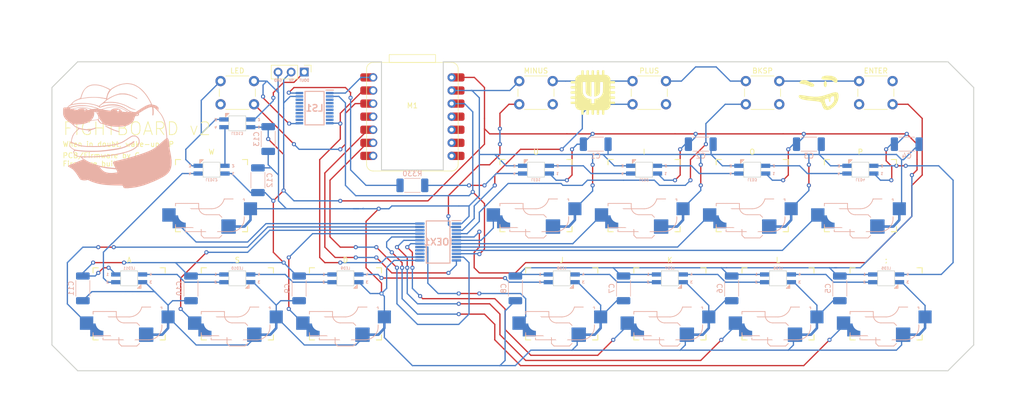
<source format=kicad_pcb>
(kicad_pcb (version 20211014) (generator pcbnew)
  (layers (0 "F.Cu" signal) (31 "B.Cu" signal) (34 "B.Paste" user) (35 "F.Paste" user) (36 "B.SilkS" user "B.Silkscreen") (37 "F.SilkS" user "F.Silkscreen") (38 "B.Mask" user) (39 "F.Mask" user) (44 "Edge.Cuts" user))
  (net 0 "")
  (net 1 "Net-(A1-Pad2)")
  (net 2 "Net-(;1-Pad1)")
  (net 3 "Net-(LED1-Pad2)")
  (net 10 "Net-(LED1-Pad4)")
  (net 11 "Net-(LED0-Pad2)")
  (net 12 "Net-(LED3-Pad2)")
  (net 13 "Net-(LED4-Pad2)")
  (net 14 "Net-(LED6-Pad2)")
  (net 15 "Net-(LED7-Pad2)")
  (net 16 "Net-(LED10-Pad2)")
  (net 17 "Net-(;1-Pad2)")
  (net 18 "Net-(BKSP1-Pad2)")
  (net 19 "Net-(LED1-Pad1)")
  (net 20 "Net-(D1-Pad2)")
  (net 21 "Net-(I1-Pad2)")
  (net 22 "Net-(IOEX1-Pad2)")
  (net 23 "Net-(IOEX1-Pad3)")
  (net 24 "Net-(IOEX1-Pad6)")
  (net 25 "Net-(IOEX1-Pad8)")
  (net 26 "Net-(IOEX1-Pad9)")
  (net 27 "Net-(LED2-Pad2)")
  (net 28 "Net-(LED5-Pad2)")
  (net 29 "Net-(LED8-Pad2)")
  (net 30 "Net-(IOEX1-Pad10)")
  (net 31 "Net-(LED11-Pad2)")
  (net 32 "Net-(IOEX1-Pad11)")
  (net 33 "Net-(IOEX1-Pad12)")
  (net 34 "Net-(IOEX1-Pad14)")
  (net 37 "Net-(IOEX1-Pad17)")
  (net 38 "Net-(IOEX1-Pad18)")
  (net 39 "Net-(IOEX1-Pad19)")
  (net 40 "Net-(IOEX1-Pad22)")
  (net 41 "Net-(IOEX1-Pad24)")
  (net 42 "Net-(LED12-Pad2)")
  (net 43 "unconnected-(LED13-Pad2)")
  (net 44 "Net-(M1-Pad1)")
  (net 59 "Net-(R330-Pad2)")
  (net 60 "Net-(LED10-Pad4)")
  (net 61 "Net-(ENT1-Pad2)")
  (footprint "MountingHole:MountingHole_2.7mm" (layer "F.Cu") (at 141 88)
    (fp_text reference "REF**")
    (fp_text value "MountingHole_2.7mm" hide)
  )
  (footprint "Connector_PinHeader_2.54mm:PinHeader_1x03_P2.54mm_Vertical" (layer "F.Cu") (at 109 35 -90)
    (fp_text reference "REF**" hide)
    (fp_text value "PinHeader_1x03_P2.54mm_Vertical")
  )
  (footprint "kb_lib:Reverse Mount SK6812MINI-E" (layer "F.Cu") (at 217 54 180)
    (fp_text reference "LED4")
    (fp_text value "WS2812B" hide)
    (fp_rect (start -1.65 -1.4) (end 1.65 1.5) (layer "Edge.Cuts") (width 0.12) (fill none))
  )
  (footprint "kb_lib:Reverse Mount SK6812MINI-E" (layer "F.Cu") (at 180 75)
    (fp_text reference "LED7")
    (fp_text value "WS2812B" hide)
    (fp_rect (start -1.65 -1.4) (end 1.65 1.5) (layer "Edge.Cuts") (width 0.12) (fill none))
  )
  (footprint "MountingHole:MountingHole_2.7mm" (layer "F.Cu") (at 68 63)
    (fp_text reference "REF**")
    (fp_text value "MountingHole_2.7mm" hide)
  )
  (footprint "kb_lib:mx-choc socket keyswitch" (layer "F.Cu") (at 196 59)
    (fp_text reference "O")
    (fp_text value "SW_Push" hide)
  )
  (footprint "kb_lib:Reverse Mount SK6812MINI-E" (layer "F.Cu") (at 201 75)
    (fp_text reference "LED6")
    (fp_text value "WS2812B" hide)
    (fp_rect (start -1.65 -1.4) (end 1.65 1.5) (layer "Edge.Cuts") (width 0.12) (fill none))
  )
  (footprint "kb_lib:Reverse Mount SK6812MINI-E" (layer "F.Cu") (at 154 54 180)
    (fp_text reference "LED1")
    (fp_text value "WS2812B" hide)
    (fp_rect (start -1.65 -1.4) (end 1.65 1.5) (layer "Edge.Cuts") (width 0.12) (fill none))
  )
  (footprint "kb_lib:Reverse Mount SK6812MINI-E" (layer "F.Cu") (at 91 54 180)
    (fp_text reference "LED12")
    (fp_text value "WS2812B" hide)
    (fp_rect (start -1.65 -1.4) (end 1.65 1.5) (layer "Edge.Cuts") (width 0.12) (fill none))
  )
  (footprint "kb_lib:mx-choc socket keyswitch" (layer "F.Cu") (at 222 80)
    (fp_text reference ";")
    (fp_text value "SW_Push" hide)
  )
  (footprint "kb_lib:mx-choc socket keyswitch" (layer "F.Cu") (at 75 80)
    (fp_text reference "A")
    (fp_text value "SW_Push" hide)
  )
  (footprint "kb_lib:Reverse Mount SK6812MINI-E" (layer "F.Cu") (at 75 75)
    (fp_text reference "LED11")
    (fp_text value "WS2812B" hide)
    (fp_rect (start -1.65 -1.4) (end 1.65 1.5) (layer "Edge.Cuts") (width 0.12) (fill none))
  )
  (footprint "Button_Switch_THT:SW_PUSH_6mm" (layer "F.Cu") (at 150.75 36.75)
    (fp_text reference "MINUS")
    (fp_text value "SW_Push")
  )
  (footprint "kb_lib:mx-choc socket keyswitch" (layer "F.Cu") (at 180 80)
    (fp_text reference "K")
    (fp_text value "SW_Push" hide)
  )
  (footprint "kb_lib:mx-choc socket keyswitch" (layer "F.Cu") (at 91 59)
    (fp_text reference "W")
    (fp_text value "SW_Push" hide)
  )
  (footprint "MountingHole:MountingHole_2.7mm" (layer "F.Cu") (at 187 38)
    (fp_text reference "REF**")
    (fp_text value "MountingHole_2.7mm" hide)
  )
  (footprint "kb_lib:favicon" (layer "F.Cu") (at 209 39)
    (fp_text reference "G***" hide)
    (fp_text value "LOGO" hide)
  )
  (footprint "kb_lib:mx-choc socket keyswitch" (layer "F.Cu") (at 117 80)
    (fp_text reference "D")
    (fp_text value "SW_Push" hide)
  )
  (footprint "kb_lib:Reverse Mount SK6812MINI-E" (layer "F.Cu") (at 159 75)
    (fp_text reference "LED8")
    (fp_text value "WS2812B" hide)
    (fp_rect (start -1.65 -1.4) (end 1.65 1.5) (layer "Edge.Cuts") (width 0.12) (fill none))
  )
  (footprint "Button_Switch_THT:SW_PUSH_6mm" (layer "F.Cu") (at 172.75 36.75)
    (fp_text reference "PLUS")
    (fp_text value "SW_Push")
  )
  (footprint "kb_lib:Reverse Mount SK6812MINI-E" (layer "F.Cu") (at 196 54 180)
    (fp_text reference "LED3")
    (fp_text value "WS2812B" hide)
    (fp_rect (start -1.65 -1.4) (end 1.65 1.5) (layer "Edge.Cuts") (width 0.12) (fill none))
  )
  (footprint "kb_lib:Reverse Mount SK6812MINI-E" (layer "F.Cu") (at 117 75)
    (fp_text reference "LED9")
    (fp_text value "WS2812B" hide)
    (fp_rect (start -1.65 -1.4) (end 1.65 1.5) (layer "Edge.Cuts") (width 0.12) (fill none))
  )
  (footprint "kb_lib:Reverse Mount SK6812MINI-E" (layer "F.Cu") (at 96 75)
    (fp_text reference "LED10")
    (fp_text value "WS2812B" hide)
    (fp_rect (start -1.65 -1.4) (end 1.65 1.5) (layer "Edge.Cuts") (width 0.12) (fill none))
  )
  (footprint "Button_Switch_THT:SW_PUSH_6mm" (layer "F.Cu") (at 92.75 36.75)
    (fp_text reference "LED")
    (fp_text value "SW_Push")
  )
  (footprint "kb_lib:Reverse Mount SK6812MINI-E" (layer "F.Cu") (at 175 54 180)
    (fp_text reference "LED2")
    (fp_text value "WS2812B" hide)
    (fp_rect (start -1.65 -1.4) (end 1.65 1.5) (layer "Edge.Cuts") (width 0.12) (fill none))
  )
  (footprint "kb_lib:Reverse Mount SK6812MINI-E" (layer "F.Cu") (at 222 75)
    (fp_text reference "LED5")
    (fp_text value "WS2812B" hide)
    (fp_rect (start -1.65 -1.4) (end 1.65 1.5) (layer "Edge.Cuts") (width 0.12) (fill none))
  )
  (footprint "kb_lib:mx-choc socket keyswitch" (layer "F.Cu") (at 175 59)
    (fp_text reference "I")
    (fp_text value "SW_Push" hide)
  )
  (footprint "kb_lib:Reverse Mount SK6812MINI-E" (layer "F.Cu") (at 96 45 180)
    (fp_text reference "LED13")
    (fp_text value "WS2812B" hide)
    (fp_rect (start -1.65 -1.4) (end 1.65 1.5) (layer "Edge.Cuts") (width 0.12) (fill none))
  )
  (footprint "kb_lib:mx-choc socket keyswitch" (layer "F.Cu") (at 159 80)
    (fp_text reference "J")
    (fp_text value "SW_Push" hide)
  )
  (footprint "Button_Switch_THT:SW_PUSH_6mm" (layer "F.Cu") (at 194.75 36.75)
    (fp_text reference "BKSP")
    (fp_text value "SW_Push")
  )
  (footprint "kb_lib:mx-choc socket keyswitch" (layer "F.Cu") (at 96 80)
    (fp_text reference "S")
    (fp_text value "SW_Push" hide)
  )
  (footprint "Button_Switch_THT:SW_PUSH_6mm" (layer "F.Cu") (at 216.75 36.75)
    (fp_text reference "ENTER")
    (fp_text value "SW_Push")
  )
  (footprint "MountingHole:MountingHole_2.7mm" (layer "F.Cu") (at 231 63)
    (fp_text reference "REF**")
    (fp_text value "MountingHole_2.7mm" hide)
  )
  (footprint "MountingHole:MountingHole_2.7mm" (layer "F.Cu") (at 84.998335 37.948926)
    (fp_text reference "REF**")
    (fp_text value "MountingHole_2.7mm" hide)
  )
  (footprint "kb_lib:qmk_logo" (layer "F.Cu") (at 165 39)
    (fp_text reference "G***" hide)
    (fp_text value "LOGO" hide)
  )
  (footprint "kb_lib:mx-choc socket keyswitch" (layer "F.Cu") (at 201 80)
    (fp_text reference "L")
    (fp_text value "SW_Push" hide)
  )
  (footprint "kb_lib:mx-choc socket keyswitch" (layer "F.Cu") (at 154 59)
    (fp_text reference "U")
    (fp_text value "SW_Push" hide)
  )
  (footprint "kb_lib:XIAO-RP2040" (layer "F.Cu") (at 121.11 54.208)
    (fp_text reference "M1")
    (fp_text value "XIAO-RP2040")
  )
  (footprint "kb_lib:mx-choc socket keyswitch" (layer "F.Cu") (at 217 59)
    (fp_text reference "P")
    (fp_text value "SW_Push" hide)
  )
  (footprint "kb_lib:SOP65P780X200-24N" (layer "B.Cu") (at 135 68 180)
    (fp_text reference "IOEX1")
    (fp_text value "MCP23018-E_SS" hide)
  )
  (footprint "Resistor_SMD:R_2010_5025Metric_Pad1.40x2.65mm_HandSolder" (layer "B.Cu") (at 108 77 -90)
    (fp_text reference "C9")
    (fp_text value "C_Small")
  )
  (footprint "Resistor_SMD:R_2010_5025Metric_Pad1.40x2.65mm_HandSolder" (layer "B.Cu") (at 213 77 -90)
    (fp_text reference "C5")
    (fp_text value "C_Small")
  )
  (footprint "Resistor_SMD:R_2010_5025Metric_Pad1.40x2.65mm_HandSolder" (layer "B.Cu") (at 226 49)
    (fp_text reference "C4")
    (fp_text value "C_Small")
  )
  (footprint "kb_lib:SOP65P640X120-20N" (layer "B.Cu") (at 111 42 180)
    (fp_text reference "LS1")
    (fp_text value "TXB0108PWR" hide)
  )
  (footprint "Resistor_SMD:R_2010_5025Metric_Pad1.40x2.65mm_HandSolder" (layer "B.Cu") (at 66 77 -90)
    (fp_text reference "C11")
    (fp_text value "C_Small")
  )
  (footprint "Resistor_SMD:R_2010_5025Metric_Pad1.40x2.65mm_HandSolder" (layer "B.Cu") (at 150 77 -90)
    (fp_text reference "C8")
    (fp_text value "C_Small")
  )
  (footprint "Resistor_SMD:R_2010_5025Metric_Pad1.40x2.65mm_HandSolder" (layer "B.Cu") (at 186 49)
    (fp_text reference "C2")
    (fp_text value "C_Small")
  )
  (footprint "Resistor_SMD:R_2010_5025Metric_Pad1.40x2.65mm_HandSolder" (layer "B.Cu") (at 130 57 180)
    (fp_text reference "R330")
    (fp_text value "R_US")
  )
  (footprint "Resistor_SMD:R_2010_5025Metric_Pad1.40x2.65mm_HandSolder" (layer "B.Cu") (at 102 48 -90)
    (fp_text reference "C13")
    (fp_text value "C_Small")
  )
  (footprint "Resistor_SMD:R_2010_5025Metric_Pad1.40x2.65mm_HandSolder" (layer "B.Cu") (at 165.6 49)
    (fp_text reference "C1")
    (fp_text value "C_Small")
  )
  (footprint "Resistor_SMD:R_2010_5025Metric_Pad1.40x2.65mm_HandSolder" (layer "B.Cu") (at 87 77 -90)
    (fp_text reference "C10")
    (fp_text value "C_Small")
  )
  (footprint "kb_lib:ez" (layer "B.Cu") (at 72 47 180)
    (fp_text reference "G***" hide)
    (fp_text value "LOGO" hide)
  )
  (footprint "Resistor_SMD:R_2010_5025Metric_Pad1.40x2.65mm_HandSolder" (layer "B.Cu") (at 100 56 90)
    (fp_text reference "C12")
    (fp_text value "C_Small")
  )
  (footprint "Resistor_SMD:R_2010_5025Metric_Pad1.40x2.65mm_HandSolder" (layer "B.Cu") (at 192 77 -90)
    (fp_text reference "C6")
    (fp_text value "C_Small")
  )
  (footprint "Resistor_SMD:R_2010_5025Metric_Pad1.40x2.65mm_HandSolder" (layer "B.Cu") (at 207 49)
    (fp_text reference "C3")
    (fp_text value "C_Small")
  )
  (footprint "Resistor_SMD:R_2010_5025Metric_Pad1.40x2.65mm_HandSolder" (layer "B.Cu") (at 171 77 -90)
    (fp_text reference "C7")
    (fp_text value "C_Small")
  )
  (gr_line (start 136 54) (end 136 33) (layer "Edge.Cuts") (width 0.2))
  (gr_line (start 234 33) (end 239 38) (layer "Edge.Cuts") (width 0.2))
  (gr_line (start 65 33) (end 124 33) (layer "Edge.Cuts") (width 0.2))
  (gr_line (start 234 93) (end 239 88) (layer "Edge.Cuts") (width 0.2))
  (gr_line (start 124 33) (end 124 54) (layer "Edge.Cuts") (width 0.2))
  (gr_line (start 239 38) (end 239 88) (layer "Edge.Cuts") (width 0.2))
  (gr_line (start 234 93) (end 65 93) (layer "Edge.Cuts") (width 0.2))
  (gr_line (start 65 93) (end 60 88) (layer "Edge.Cuts") (width 0.2))
  (gr_line (start 60 38) (end 65 33) (layer "Edge.Cuts") (width 0.2))
  (gr_line (start 136 33) (end 234 33) (layer "Edge.Cuts") (width 0.2))
  (gr_line (start 60 88) (end 60 38) (layer "Edge.Cuts") (width 0.2))
  (gr_line (start 124 54) (end 136 54) (layer "Edge.Cuts") (width 0.2))
  (gr_text "5V" (at 106.5 36.6) (layer "B.SilkS") (effects (font (size 0.5 0.5) (thickness 0.125)) (justify mirror)))
  (gr_text "GND" (at 103.9 36.6) (layer "B.SilkS") (effects (font (size 0.5 0.5) (thickness 0.125)) (justify mirror)))
  (gr_text "DOUT" (at 109 36.6) (layer "B.SilkS") (effects (font (size 0.5 0.5) (thickness 0.125)) (justify mirror)))
  (gr_text "FIGHTBOARD v2" (at 62 46) (layer "F.SilkS") (effects (font (size 2.5 2.5)) (justify left)))
  (gr_text "When in doubt, wake-up DP" (at 62 49) (layer "F.SilkS") (effects (font (size 1 1)) (justify left)))
  (gr_text "PCB/Firmware by Cartex10\nFirmware built using QMK" (at 62 52) (layer "F.SilkS") (effects (font (size 1 1)) (justify left)))
  (segment (start 69 69) (end 72 69) (width 0.25) (layer "F.Cu") (net 1))
  (via (at 72 69) (size 0.8) (drill 0.4) (layers "F.Cu" "B.Cu") (net 1))
  (via (at 69 69) (size 0.8) (drill 0.4) (layers "F.Cu" "B.Cu") (net 1))
  (segment (start 69 69) (end 66 69) (width 0.25) (layer "B.Cu") (net 1))
  (segment (start 66 69) (end 63 72) (width 0.25) (layer "B.Cu") (net 1))
  (segment (start 101.925 65.075) (end 98 69) (width 0.25) (layer "B.Cu") (net 1))
  (segment (start 98 69) (end 72 69) (width 0.25) (layer "B.Cu") (net 1))
  (segment (start 63 80.025) (end 66.725 83.75) (width 0.25) (layer "B.Cu") (net 1))
  (segment (start 63 72) (end 63 80.025) (width 0.25) (layer "B.Cu") (net 1))
  (segment (start 131.45 65.075) (end 101.925 65.075) (width 0.25) (layer "B.Cu") (net 1))
  (segment (start 121 73) (end 121 64) (width 0.25) (layer "F.Cu") (net 2))
  (segment (start 106.075 45) (end 106 45) (width 0.25) (layer "F.Cu") (net 2))
  (segment (start 186 57) (end 186 53) (width 0.25) (layer "F.Cu") (net 2))
  (segment (start 101 40) (end 101 39.75) (width 0.25) (layer "F.Cu") (net 2))
  (segment (start 106 45) (end 101 40) (width 0.25) (layer "F.Cu") (net 2))
  (segment (start 165 57) (end 165 53) (width 0.25) (layer "F.Cu") (net 2))
  (segment (start 124 78) (end 124 76) (width 0.25) (layer "F.Cu") (net 2))
  (segment (start 207 53) (end 207 57) (width 0.25) (layer "F.Cu") (net 2))
  (segment (start 121 64) (end 123.46 61.54) (width 0.25) (layer "F.Cu") (net 2))
  (segment (start 124 76) (end 121 73) (width 0.25) (layer "F.Cu") (net 2))
  (via (at 207 57) (size 0.8) (drill 0.4) (layers "F.Cu" "B.Cu") (net 2))
  (via (at 165 57) (size 0.8) (drill 0.4) (layers "F.Cu" "B.Cu") (net 2))
  (via (at 165 53) (size 0.8) (drill 0.4) (layers "F.Cu" "B.Cu") (net 2))
  (via (at 207 53) (size 0.8) (drill 0.4) (layers "F.Cu" "B.Cu") (net 2))
  (via (at 186 53) (size 0.8) (drill 0.4) (layers "F.Cu" "B.Cu") (net 2))
  (via (at 106.075 45) (size 0.8) (drill 0.4) (layers "F.Cu" "B.Cu") (net 2))
  (via (at 124 78) (size 0.8) (drill 0.4) (layers "F.Cu" "B.Cu") (net 2))
  (via (at 101 39.75) (size 0.8) (drill 0.4) (layers "F.Cu" "B.Cu") (net 2))
  (via (at 186 57) (size 0.8) (drill 0.4) (layers "F.Cu" "B.Cu") (net 2))
  (via (at 123.46 61.54) (size 0.8) (drill 0.4) (layers "F.Cu" "B.Cu") (net 2))
  (segment (start 121.8 78) (end 124 78) (width 0.25) (layer "B.Cu") (net 2))
  (segment (start 161 89) (end 162 88) (width 0.25) (layer "B.Cu") (net 2))
  (segment (start 66 79.4) (end 67.768901 77.631099) (width 0.25) (layer "B.Cu") (net 2))
  (segment (start 194.75 36.75) (end 191.75 36.75) (width 0.25) (layer "B.Cu") (net 2))
  (segment (start 204 88) (end 204 87) (width 0.25) (layer "B.Cu") (net 2))
  (segment (start 79.921099 77.631099) (end 80.145 77.855) (width 0.25) (layer "B.Cu") (net 2))
  (segment (start 188 51) (end 207 51) (width 0.25) (layer "B.Cu") (net 2))
  (segment (start 165 51) (end 143 51) (width 0.25) (layer "B.Cu") (net 2))
  (segment (start 82.56 82.54) (end 88.02 88) (width 0.25) (layer "B.Cu") (net 2))
  (segment (start 150 92) (end 153 89) (width 0.25) (layer "B.Cu") (net 2))
  (segment (start 188.4 49) (end 188 49.4) (width 0.25) (layer "B.Cu") (net 2))
  (segment (start 130 92) (end 147 92) (width 0.25) (layer "B.Cu") (net 2))
  (segment (start 125.46 61.54) (end 126 61) (width 0.25) (layer "B.Cu") (net 2))
  (segment (start 193.4 53.2) (end 190.2 53.2) (width 0.25) (layer "B.Cu") (net 2))
  (segment (start 124 78) (end 124.56 78.56) (width 0.25) (layer "B.Cu") (net 2))
  (segment (start 88.4 53.2) (end 87.2 53.2) (width 0.25) (layer "B.Cu") (net 2))
  (segment (start 207 58) (end 207 57) (width 0.25) (layer "B.Cu") (net 2))
  (segment (start 190.2 53.2) (end 188 51) (width 0.25) (layer "B.Cu") (net 2))
  (segment (start 165 58.1) (end 165 57) (width 0.25) (layer "B.Cu") (net 2))
  (segment (start 225 61.1) (end 224.56 61.54) (width 0.25) (layer "B.Cu") (net 2))
  (segment (start 109.02 88) (end 119 88) (width 0.25) (layer "B.Cu") (net 2))
  (segment (start 204.09 75.8) (end 208.56 80.27) (width 0.25) (layer "B.Cu") (net 2))
  (segment (start 189 34) (end 185 34) (width 0.25) (layer "B.Cu") (net 2))
  (segment (start 89 40.5) (end 92.75 36.75) (width 0.25) (layer "B.Cu") (net 2))
  (segment (start 150 79.4) (end 148 81.4) (width 0.25) (layer "B.Cu") (net 2))
  (segment (start 98 88) (end 99 87) (width 0.25) (layer "B.Cu") (net 2))
  (segment (start 123.46 61.54) (end 125.46 61.54) (width 0.25) (layer "B.Cu") (net 2))
  (segment (start 167 51) (end 165 51) (width 0.25) (layer "B.Cu") (net 2))
  (segment (start 192 79.4) (end 190.7 79.4) (width 0.25) (layer "B.Cu") (net 2))
  (segment (start 209 51) (end 224 51) (width 0.25) (layer "B.Cu") (net 2))
  (segment (start 130.45 71.575) (end 126.425 71.575) (width 0.25) (layer "B.Cu") (net 2))
  (segment (start 209 51) (end 211.2 53.2) (width 0.25) (layer "B.Cu") (net 2))
  (segment (start 108 79.4) (end 104.43 79.4) (width 0.25) (layer "B.Cu") (net 2))
  (segment (start 225.4 52) (end 228.4 49) (width 0.25) (layer "B.Cu") (net 2))
  (segment (start 209.4 49) (end 209 49.4) (width 0.25) (layer "B.Cu") (net 2))
  (segment (start 188 49.4) (end 188 51) (width 0.25) (layer "B.Cu") (net 2))
  (segment (start 168 51) (end 186 51) (width 0.25) (layer "B.Cu") (net 2))
  (segment (start 147 92) (end 150 92) (width 0.25) (layer "B.Cu") (net 2))
  (segment (start 138.55 64.425) (end 139.575 64.425) (width 0.25) (layer "B.Cu") (net 2))
  (segment (start 77.6 75.8) (end 78.09 75.8) (width 0.25) (layer "B.Cu") (net 2))
  (segment (start 148.923 38.577) (end 150.75 36.75) (width 0.25) (layer "B.Cu") (net 2))
  (segment (start 141.423 38.577) (end 148.923 38.577) (width 0.25) (layer "B.Cu") (net 2))
  (segment (start 99.09 75.8) (end 103.56 80.27) (width 0.25) (layer "B.Cu") (net 2))
  (segment (start 67.768901 77.631099) (end 79.921099 77.631099) (width 0.25) (layer "B.Cu") (net 2))
  (segment (start 86 52) (end 86 50) (width 0.25) (layer "B.Cu") (net 2))
  (segment (start 83.43 79.4) (end 82.56 80.27) (width 0.25) (layer "B.Cu") (net 2))
  (segment (start 86 50) (end 89 47) (width 0.25) (layer "B.Cu") (net 2))
  (segment (start 105.54 61.54) (end 119.54 61.54) (width 0.25) (layer "B.Cu") (net 2))
  (segment (start 187.56 82.54) (end 187.56 80.326314) (width 0.25) (layer "B.Cu") (net 2))
  (segment (start 87 79.4) (end 83.43 79.4) (width 0.25) (layer "B.Cu") (net 2))
  (segment (start 166.56 80.27) (end 166.56 82.54) (width 0.25) (layer "B.Cu") (net 2))
  (segment (start 183 88) (end 183 87) (width 0.25) (layer "B.Cu") (net 2))
  (segment (start 203.6 75.8) (end 204.09 75.8) (width 0.25) (layer "B.Cu") (net 2))
  (segment (start 119 88) (end 120 87) (width 0.25) (layer "B.Cu") (net 2))
  (segment (start 167 51) (end 168 51) (width 0.25) (layer "B.Cu") (net 2))
  (segment (start 183.033686 75.8) (end 182.6 75.8) (width 0.25) (layer "B.Cu") (net 2))
  (segment (start 190 35) (end 189 34) (width 0.25) (layer "B.Cu") (net 2))
  (segment (start 98.6 75.8) (end 99.09 75.8) (width 0.25) (layer "B.Cu") (net 2))
  (segment (start 101 37.5) (end 101.75 36.75) (width 0.25) (layer "B.Cu") (net 2))
  (segment (start 171 79.4) (end 169.7 79.4) (width 0.25) (layer "B.Cu") (net 2))
  (segment (start 126.425 71.575) (end 125 73) (width 0.25) (layer "B.Cu") (net 2))
  (segment (start 211.2 53.2) (end 214.4 53.2) (width 0.25) (layer "B.Cu") (net 2))
  (segment (start 124.56 82.54) (end 124.56 86.56) (width 0.25) (layer "B.Cu") (net 2))
  (segment (start 139 61) (end 126 61) (width 0.25) (layer "B.Cu") (net 2))
  (segment (start 186 51) (end 188 51) (width 0.25) (layer "B.Cu") (net 2))
  (segment (start 141 63) (end 141 61) (width 0.25) (layer "B.Cu") (net 2))
  (segment (start 143 40) (end 143 59) (width 0.25) (layer "B.Cu") (net 2))
  (segment (start 104 55) (end 104 60) (width 0.25) (layer "B.Cu") (net 2))
  (segment (start 124.56 78.56) (end 124.56 82.54) (width 0.25) (layer "B.Cu") (net 2))
  (segment (start 201.25 36.75) (end 216.75 36.75) (width 0.25) (layer "B.Cu") (net 2))
  (segment (start 207 51) (end 209 51) (width 0.25) (layer "B.Cu") (net 2))
  (segment (start 91.8 44.2) (end 93.4 44.2) (width 0.25) (layer "B.Cu") (net 2))
  (segment (start 148.2 53.2) (end 146 51) (width 0.25) (layer "B.Cu") (net 2))
  (segment (start 104 39) (end 104 55) (width 0.25) (layer "B.Cu") (net 2))
  (segment (start 208.56 80.27) (end 208.56 82.54) (width 0.25) (layer "B.Cu") (net 2))
  (segment (start 168 49) (end 168 51) (width 0.25) (layer "B.Cu") (net 2))
  (segment (start 182 89) (end 183 88) (width 0.25) (layer "B.Cu") (net 2))
  (segment (start 229.56 82.54) (end 229.56 80.326314) (width 0.25) (layer "B.Cu") (net 2))
  (segment (start 162.09 75.8) (end 166.56 80.27) (width 0.25) (layer "B.Cu") (net 2))
  (segment (start 141.423 38.577) (end 141.577 38.577) (width 0.25) (layer "B.Cu") (net 2))
  (segment (start 78.09 75.8) (end 80.145 77.855) (width 0.25) (layer "B.Cu") (net 2))
  (segment (start 153 89) (end 161 89) (width 0.25) (layer "B.Cu") (net 2))
  (segment (start 211.7 79.4) (end 208.56 82.54) (width 0.25) (layer "B.Cu") (net 2))
  (segment (start 182.56 61.44) (end 186 58) (width 0.25) (layer "B.Cu") (net 2))
  (segment (start 207 51) (end 207 53) (width 0.25) (layer "B.Cu") (net 2))
  (segment (start 161 89) (end 182 89) (width 0.25) (layer "B.Cu") (net 2))
  (segment (start 89 47) (end 89 40.5) (width 0.25) (layer "B.Cu") (net 2))
  (segment (start 104 60) (end 105.54 61.54) (width 0.25) (layer "B.Cu") (net 2))
  (segment (start 179.25 36.75) (end 182.25 36.75) (width 0.25) (layer "B.Cu") (net 2))
  (segment (start 225 52) (end 225.4 52) (width 0.25) (layer "B.Cu") (net 2))
  (segment (start 103.92 38.92) (end 103.92 35) (width 0.25) (layer "B.Cu") (net 2))
  (segment (start 89 47) (end 91.8 44.2) (width 0.25) (layer "B.Cu") (net 2))
  (segment (start 125 73) (end 125 77) (width 0.25) (layer "B.Cu") (net 2))
  (segment (start 203.56 61.44) (end 207 58) (width 0.25) (layer "B.Cu") (net 2))
  (segment (start 172.75 36.75) (end 159.75 36.75) (width 0.25) (layer "B.Cu") (net 2))
  (segment (start 120.46 61.54) (end 123.46 61.54) (width 0.25) (layer "B.Cu") (net 2))
  (segment (start 209 49.4) (end 209 51) (width 0.25) (layer "B.Cu") (net 2))
  (segment (start 139.575 64.425) (end 141 63) (width 0.25) (layer "B.Cu") (net 2))
  (segment (start 102 50.4) (end 102 53) (width 0.25) (layer "B.Cu") (net 2))
  (segment (start 80.145 77.855) (end 82.56 80.27) (width 0.25) (layer "B.Cu") (net 2))
  (segment (start 169.7 79.4) (end 166.56 82.54) (width 0.25) (layer "B.Cu") (net 2))
  (segment (start 159.75 36.75) (end 157.25 36.75) (width 0.25) (layer "B.Cu") (net 2))
  (segment (start 119.6 75.8) (end 120.09 75.8) (width 0.25) (layer "B.Cu") (net 2))
  (segment (start 161.56 61.54) (end 165 58.1) (width 0.25) (layer "B.Cu") (net 2))
  (segment (start 120.46 61.46) (end 120.46 61.54) (width 0.25) (layer "B.Cu") (net 2))
  (segment (start 182.25 36.75) (end 185 34) (width 0.25) (layer "B.Cu") (net 2))
  (segment (start 125 77) (end 124 78) (width 0.25) (layer "B.Cu") (net 2))
  (segment (start 190.7 79.4) (end 187.56 82.54) (width 0.25) (layer "B.Cu") (net 2))
  (segment (start 191.75 36.75) (end 190 35) (width 0.25) (layer "B.Cu") (net 2))
  (segment (start 103.56 80.27) (end 104.43 79.4) (width 0.25) (layer "B.Cu") (net 2))
  (segment (start 147 92) (end 148 91) (width 0.25) (layer "B.Cu") (net 2))
  (segment (start 101 39.75) (end 101 37.5) (width 0.25) (layer "B.Cu") (net 2))
  (segment (start 172.4 53.2) (end 169.2 53.2) (width 0.25) (layer "B.Cu") (net 2))
  (segment (start 186 58) (end 186 57) (width 0.25) (layer "B.Cu") (net 2))
  (segment (start 169.2 53.2) (end 167 51) (width 0.25) (layer "B.Cu") (net 2))
  (segment (start 82.56 80.27) (end 82.56 82.54) (width 0.25) (layer "B.Cu") (net 2))
  (segment (start 97 88) (end 98 88) (width 0.25) (layer "B.Cu") (net 2))
  (segment (start 102.6 53.6) (end 104 55) (width 0.25) (layer "B.Cu") (net 2))
  (segment (start 141 61) (end 139 61) (width 0.25) (layer "B.Cu") (net 2))
  (segment (start 103.56 80.27) (end 103.56 82.54) (width 0.25) (layer "B.Cu") (net 2))
  (segment (start 186 51) (end 186 53) (width 0.25) (layer "B.Cu") (net 2))
  (segment (start 213 79.4) (end 211.7 79.4) (width 0.25) (layer "B.Cu") (net 2))
  (segment (start 151.4 53.2) (end 148.2 53.2) (width 0.25) (layer "B.Cu") (net 2))
  (segment (start 225 52) (end 225 61.1) (width 0.25) (layer "B.Cu") (net 2))
  (segment (start 141.577 38.577) (end 143 40) (width 0.25) (layer "B.Cu") (net 2))
  (segment (start 162 88) (end 162 87) (width 0.25) (layer "B.Cu") (net 2))
  (segment (start 118.54 61.54) (end 119.54 61.54) (width 0.25) (layer "B.Cu") (net 2))
  (segment (start 203.56 61.54) (end 203.56 61.44) (width 0.25) (layer "B.Cu") (net 2))
  (segment (start 182 89) (end 203 89) (width 0.25) (layer "B.Cu") (net 2))
  (segment (start 203 89) (end 224 89) (width 0.25) (layer "B.Cu") (net 2))
  (segment (start 225.033686 75.8) (end 224.6 75.8) (width 0.25) (layer "B.Cu") (net 2))
  (segment (start 225 88) (end 225 87) (width 0.25) (layer "B.Cu") (net 2))
  (segment (start 87.2 53.2) (end 86 52) (width 0.25) (layer "B.Cu") (net 2))
  (segment (start 88.02 88) (end 97 88) (width 0.25) (layer "B.Cu") (net 2))
  (segment (start 148 81.4) (end 148 91) (width 0.25) (layer "B.Cu") (net 2))
  (segment (start 224 51) (end 225 52) (width 0.25) (layer "B.Cu") (net 2))
  (segment (start 124 81.98) (end 124.56 82.54) (width 0.25) (layer "B.Cu") (net 2))
  (segment (start 182.56 61.54) (end 182.56 61.44) (width 0.25) (layer "B.Cu") (net 2))
  (segment (start 106.075 45) (end 107.987 45) (width 0.25) (layer "B.Cu") (net 2))
  (segment (start 99.25 36.75) (end 101.75 36.75) (width 0.25) (layer "B.Cu") (net 2))
  (segment (start 143 59) (end 141 61) (width 0.25) (layer "B.Cu") (net 2))
  (segment (start 229.56 80.326314) (end 225.033686 75.8) (width 0.25) (layer "B.Cu") (net 2))
  (segment (start 224 89) (end 225 88) (width 0.25) (layer "B.Cu") (net 2))
  (segment (start 137.6175 38.577) (end 141.423 38.577) (width 0.25) (layer "B.Cu") (net 2))
  (segment (start 165 51) (end 165 53) (width 0.25) (layer "B.Cu") (net 2))
  (segment (start 101.75 36.75) (end 104 39) (width 0.25) (layer "B.Cu") (net 2))
  (segment (start 203 89) (end 204 88) (width 0.25) (layer "B.Cu") (net 2))
  (segment (start 102 53) (end 102.6 53.6) (width 0.25) (layer "B.Cu") (net 2))
  (segment (start 98.56 61.54) (end 105.54 61.54) (width 0.25) (layer "B.Cu") (net 2))
  (segment (start 119.6 75.8) (end 121.8 78) (width 0.25) (layer "B.Cu") (net 2))
  (segment (start 104 39) (end 103.92 38.92) (width 0.25) (layer "B.Cu") (net 2))
  (segment (start 119.54 61.54) (end 120.46 61.54) (width 0.25) (layer "B.Cu") (net 2))
  (segment (start 103.56 82.54) (end 109.02 88) (width 0.25) (layer "B.Cu") (net 2))
  (segment (start 124.56 86.56) (end 130 92) (width 0.25) (layer "B.Cu") (net 2))
  (segment (start 100 53.6) (end 102.6 53.6) (width 0.25) (layer "B.Cu") (net 2))
  (segment (start 161.6 75.8) (end 162.09 75.8) (width 0.25) (layer "B.Cu") (net 2))
  (segment (start 187.56 80.326314) (end 183.033686 75.8) (width 0.25) (layer "B.Cu") (net 2))
  (segment (start 164.7 54.7) (end 163.2 53.2) (width 0.25) (layer "B.Cu") (net 3))
  (segment (start 156.6 53.2) (end 163.2 53.2) (width 0.25) (layer "B.Cu") (net 3))
  (segment (start 172.4 54.7) (end 164.7 54.7) (width 0.25) (layer "B.Cu") (net 3))
  (segment (start 144 57) (end 141 57) (width 0.25) (layer "F.Cu") (net 10))
  (via (at 141 57) (size 0.8) (drill 0.4) (layers "F.Cu" "B.Cu") (net 10))
  (via (at 144 57) (size 0.8) (drill 0.4) (layers "F.Cu" "B.Cu") (net 10))
  (segment (start 144 57) (end 146.3 54.7) (width 0.25) (layer "B.Cu") (net 10))
  (segment (start 146.3 54.7) (end 151.4 54.7) (width 0.25) (layer "B.Cu") (net 10))
  (segment (start 141 57) (end 132.4 57) (width 0.25) (layer "B.Cu") (net 10))
  (segment (start 122.3825 41.117) (end 118.883 41.117) (width 0.25) (layer "F.Cu") (net 11))
  (segment (start 117 49) (end 116 50) (width 0.25) (layer "F.Cu") (net 11))
  (segment (start 117 43) (end 117 49) (width 0.25) (layer "F.Cu") (net 11))
  (segment (start 118.883 41.117) (end 117 43) (width 0.25) (layer "F.Cu") (net 11))
  (segment (start 99.25 41.25) (end 107 49) (width 0.25) (layer "F.Cu") (net 11))
  (via (at 116 50) (size 0.8) (drill 0.4) (layers "F.Cu" "B.Cu") (net 11))
  (via (at 107 49) (size 0.8) (drill 0.4) (layers "F.Cu" "B.Cu") (net 11))
  (segment (start 107 49) (end 108 50) (width 0.25) (layer "B.Cu") (net 11))
  (segment (start 116 50) (end 108 50) (width 0.25) (layer "B.Cu") (net 11))
  (segment (start 198.6 53.2) (end 205.2 53.2) (width 0.25) (layer "B.Cu") (net 12))
  (segment (start 205.2 53.2) (end 206.7 54.7) (width 0.25) (layer "B.Cu") (net 12))
  (segment (start 214.4 54.7) (end 206.7 54.7) (width 0.25) (layer "B.Cu") (net 12))
  (segment (start 224 53.2) (end 225.8 53.2) (width 0.25) (layer "F.Cu") (net 13))
  (via (at 225.8 53.2) (size 0.8) (drill 0.4) (layers "F.Cu" "B.Cu") (net 13))
  (via (at 224 53.2) (size 0.8) (drill 0.4) (layers "F.Cu" "B.Cu") (net 13))
  (segment (start 235 72) (end 235 56) (width 0.25) (layer "B.Cu") (net 13))
  (segment (start 235 56) (end 232.2 53.2) (width 0.25) (layer "B.Cu") (net 13))
  (segment (start 232.7 74.3) (end 235 72) (width 0.25) (layer "B.Cu") (net 13))
  (segment (start 219.6 53.2) (end 224 53.2) (width 0.25) (layer "B.Cu") (net 13))
  (segment (start 224.6 74.3) (end 232.7 74.3) (width 0.25) (layer "B.Cu") (net 13))
  (segment (start 232.2 53.2) (end 225.8 53.2) (width 0.25) (layer "B.Cu") (net 13))
  (segment (start 190.8 75.8) (end 190 75) (width 0.25) (layer "B.Cu") (net 14))
  (segment (start 198.4 75.8) (end 190.8 75.8) (width 0.25) (layer "B.Cu") (net 14))
  (segment (start 182.6 74.3) (end 189.3 74.3) (width 0.25) (layer "B.Cu") (net 14))
  (segment (start 189.3 74.3) (end 190 75) (width 0.25) (layer "B.Cu") (net 14))
  (segment (start 169.8 75.8) (end 177.4 75.8) (width 0.25) (layer "B.Cu") (net 15))
  (segment (start 161.6 74.3) (end 168.3 74.3) (width 0.25) (layer "B.Cu") (net 15))
  (segment (start 168.3 74.3) (end 169.8 75.8) (width 0.25) (layer "B.Cu") (net 15))
  (segment (start 85.8 75.8) (end 85 75) (width 0.25) (layer "B.Cu") (net 16))
  (segment (start 77.6 74.3) (end 84.3 74.3) (width 0.25) (layer "B.Cu") (net 16))
  (segment (start 84.3 74.3) (end 85 75) (width 0.25) (layer "B.Cu") (net 16))
  (segment (start 93.4 75.8) (end 85.8 75.8) (width 0.25) (layer "B.Cu") (net 16))
  (segment (start 126 70) (end 128 72) (width 0.25) (layer "F.Cu") (net 17))
  (segment (start 144 82) (end 146 84) (width 0.25) (layer "F.Cu") (net 17))
  (segment (start 151 92) (end 206 92) (width 0.25) (layer "F.Cu") (net 17))
  (segment (start 146 87) (end 151 92) (width 0.25) (layer "F.Cu") (net 17))
  (segment (start 146 84) (end 146 87) (width 0.25) (layer "F.Cu") (net 17))
  (segment (start 128 72) (end 128 73) (width 0.25) (layer "F.Cu") (net 17))
  (segment (start 139 82) (end 144 82) (width 0.25) (layer "F.Cu") (net 17))
  (segment (start 206 92) (end 211 87) (width 0.25) (layer "F.Cu") (net 17))
  (via (at 211 87) (size 0.8) (drill 0.4) (layers "F.Cu" "B.Cu") (net 17))
  (via (at 128 73) (size 0.8) (drill 0.4) (layers "F.Cu" "B.Cu") (net 17))
  (via (at 126 70) (size 0.8) (drill 0.4) (layers "F.Cu" "B.Cu") (net 17))
  (via (at 139 82) (size 0.8) (drill 0.4) (layers "F.Cu" "B.Cu") (net 17))
  (via (at 128 73) (size 0.8) (drill 0.4) (layers "F.Cu" "B.Cu") (net 17))
  (segment (start 211 87) (end 213.725 84.275) (width 0.25) (layer "B.Cu") (net 17))
  (segment (start 125.975 67.025) (end 125 68) (width 0.25) (layer "B.Cu") (net 17))
  (segment (start 131.45 67.025) (end 125.975 67.025) (width 0.25) (layer "B.Cu") (net 17))
  (segment (start 131 82) (end 139 82) (width 0.25) (layer "B.Cu") (net 17))
  (segment (start 213.725 84.275) (end 213.725 83.75) (width 0.25) (layer "B.Cu") (net 17))
  (segment (start 128 73) (end 128 79) (width 0.25) (layer "B.Cu") (net 17))
  (segment (start 128 79) (end 131 82) (width 0.25) (layer "B.Cu") (net 17))
  (segment (start 125 69) (end 126 70) (width 0.25) (layer "B.Cu") (net 17))
  (segment (start 125 68) (end 125 69) (width 0.25) (layer "B.Cu") (net 17))
  (segment (start 184 56) (end 184 52) (width 0.25) (layer "F.Cu") (net 18))
  (segment (start 184 52) (end 187 49) (width 0.25) (layer "F.Cu") (net 18))
  (via (at 184 56) (size 0.8) (drill 0.4) (layers "F.Cu" "B.Cu") (net 18))
  (via (at 187 49) (size 0.8) (drill 0.4) (layers "F.Cu" "B.Cu") (net 18))
  (segment (start 177 56) (end 178 57) (width 0.25) (layer "B.Cu") (net 18))
  (segment (start 183 57) (end 184 56) (width 0.25) (layer "B.Cu") (net 18))
  (segment (start 148.593901 56.631099) (end 158.864785 56.631099) (width 0.25) (layer "B.Cu") (net 18))
  (segment (start 159.233686 57) (end 163 57) (width 0.25) (layer "B.Cu") (net 18))
  (segment (start 187 45) (end 190.75 41.25) (width 0.25) (layer "B.Cu") (net 18))
  (segment (start 178 57) (end 183 57) (width 0.25) (layer "B.Cu") (net 18))
  (segment (start 163 57) (end 164 56) (width 0.25) (layer "B.Cu") (net 18))
  (segment (start 171 56) (end 177 56) (width 0.25) (layer "B.Cu") (net 18))
  (segment (start 190.75 41.25) (end 194.75 41.25) (width 0.25) (layer "B.Cu") (net 18))
  (segment (start 143 62.225) (end 148.593901 56.631099) (width 0.25) (layer "B.Cu") (net 18))
  (segment (start 164 56) (end 171 56) (width 0.25) (layer "B.Cu") (net 18))
  (segment (start 158.864785 56.631099) (end 159.233686 57) (width 0.25) (layer "B.Cu") (net 18))
  (segment (start 138.55 66.375) (end 140.625 66.375) (width 0.25) (layer "B.Cu") (net 18))
  (segment (start 187 49) (end 187 45) (width 0.25) (layer "B.Cu") (net 18))
  (segment (start 140.625 66.375) (end 143 64) (width 0.25) (layer "B.Cu") (net 18))
  (segment (start 143 64) (end 143 62.225) (width 0.25) (layer "B.Cu") (net 18))
  (segment (start 105 58) (end 103 60) (width 0.25) (layer "F.Cu") (net 19))
  (segment (start 185 47) (end 186 47) (width 0.25) (layer "F.Cu") (net 19))
  (segment (start 160 56) (end 161 55) (width 0.25) (layer "F.Cu") (net 19))
  (segment (start 161 50) (end 161 55) (width 0.25) (layer "F.Cu") (net 19))
  (segment (start 222 50) (end 222 52.225305) (width 0.25) (layer "F.Cu") (net 19))
  (segment (start 228 54) (end 227 55) (width 0.25) (layer "F.Cu") (net 19))
  (segment (start 116 60.012299) (end 133.012299 60.012299) (width 0.25) (layer "F.Cu") (net 19))
  (segment (start 105 51) (end 102 48) (width 0.25) (layer "F.Cu") (net 19))
  (segment (start 226 47) (end 228 49) (width 0.25) (layer "F.Cu") (net 19))
  (segment (start 202 56) (end 203 55) (width 0.25) (layer "F.Cu") (net 19))
  (segment (start 142.037 36.037) (end 137.6175 36.037) (width 0.25) (layer "F.Cu") (net 19))
  (segment (start 103 70) (end 105 72) (width 0.25) (layer "F.Cu") (net 19))
  (segment (start 105 58) (end 105 51) (width 0.25) (layer "F.Cu") (net 19))
  (segment (start 186 47) (end 202 47) (width 0.25) (layer "F.Cu") (net 19))
  (segment (start 223.090301 55.909699) (end 223 56) (width 0.25) (layer "F.Cu") (net 19))
  (segment (start 135 58) (end 144 49) (width 0.25) (layer "F.Cu") (net 19))
  (segment (start 182 50) (end 182 55) (width 0.25) (layer "F.Cu") (net 19))
  (segment (start 144 49) (end 144 46) (width 0.25) (layer "F.Cu") (net 19))
  (segment (start 160 47) (end 165 47) (width 0.25) (layer "F.Cu") (net 19))
  (segment (start 69 74) (end 70 73) (width 0.25) (layer "F.Cu") (net 19))
  (segment (start 206 47) (end 226 47) (width 0.25) (layer "F.Cu") (net 19))
  (segment (start 144 46) (end 144 44) (width 0.25) (layer "F.Cu") (net 19))
  (segment (start 228 49) (end 228 52) (width 0.25) (layer "F.Cu") (net 19))
  (segment (start 181 47) (end 185 47) (width 0.25) (layer "F.Cu") (net 19))
  (segment (start 70 73) (end 71 73) (width 0.25) (layer "F.Cu") (net 19))
  (segment (start 144 44) (end 144 38) (width 0.25) (layer "F.Cu") (net 19))
  (segment (start 165 47) (end 181 47) (width 0.25) (layer "F.Cu") (net 19))
  (segment (start 74 72) (end 68 72) (width 0.25) (layer "F.Cu") (net 19))
  (segment (start 160 47) (end 145 47) (width 0.25) (layer "F.Cu") (net 19))
  (segment (start 222 52.225305) (end 223.090301 53.315606) (width 0.25) (layer "F.Cu") (net 19))
  (segment (start 144 38) (end 142.037 36.037) (width 0.25) (layer "F.Cu") (net 19))
  (segment (start 228 52) (end 228 54) (width 0.25) (layer "F.Cu") (net 19))
  (segment (start 223.090301 53.315606) (end 223.090301 55.909699) (width 0.25) (layer "F.Cu") (net 19))
  (segment (start 103 60) (end 103 70) (width 0.25) (layer "F.Cu") (net 19))
  (segment (start 203 50) (end 203 55) (width 0.25) (layer "F.Cu") (net 19))
  (segment (start 145 47) (end 144 46) (width 0.25) (layer "F.Cu") (net 19))
  (segment (start 135 58.024598) (end 135 58) (width 0.25) (layer "F.Cu") (net 19))
  (segment (start 202 47) (end 206 47) (width 0.25) (layer "F.Cu") (net 19))
  (segment (start 133.012299 60.012299) (end 135 58.024598) (width 0.25) (layer "F.Cu") (net 19))
  (segment (start 182 55) (end 181 56) (width 0.25) (layer "F.Cu") (net 19))
  (via (at 227 55) (size 0.8) (drill 0.4) (layers "F.Cu" "B.Cu") (net 19))
  (via (at 185 47) (size 0.8) (drill 0.4) (layers "F.Cu" "B.Cu") (net 19))
  (via (at 71 73) (size 0.8) (drill 0.4) (layers "F.Cu" "B.Cu") (net 19))
  (via (at 116 60.012299) (size 0.8) (drill 0.4) (layers "F.Cu" "B.Cu") (net 19))
  (via (at 226 47) (size 0.8) (drill 0.4) (layers "F.Cu" "B.Cu") (net 19))
  (via (at 103 60) (size 0.8) (drill 0.4) (layers "F.Cu" "B.Cu") (net 19))
  (via (at 68 72) (size 0.8) (drill 0.4) (layers "F.Cu" "B.Cu") (net 19))
  (via (at 206 47) (size 0.8) (drill 0.4) (layers "F.Cu" "B.Cu") (net 19))
  (via (at 105 72) (size 0.8) (drill 0.4) (layers "F.Cu" "B.Cu") (net 19))
  (via (at 160 56) (size 0.8) (drill 0.4) (layers "F.Cu" "B.Cu") (net 19))
  (via (at 222 50) (size 0.8) (drill 0.4) (layers "F.Cu" "B.Cu") (net 19))
  (via (at 74 72) (size 0.8) (drill 0.4) (layers "F.Cu" "B.Cu") (net 19))
  (via (at 203 50) (size 0.8) (drill 0.4) (layers "F.Cu" "B.Cu") (net 19))
  (via (at 105 58) (size 0.8) (drill 0.4) (layers "F.Cu" "B.Cu") (net 19))
  (via (at 69 74) (size 0.8) (drill 0.4) (layers "F.Cu" "B.Cu") (net 19))
  (via (at 182 50) (size 0.8) (drill 0.4) (layers "F.Cu" "B.Cu") (net 19))
  (via (at 181 56) (size 0.8) (drill 0.4) (layers "F.Cu" "B.Cu") (net 19))
  (via (at 202 56) (size 0.8) (drill 0.4) (layers "F.Cu" "B.Cu") (net 19))
  (via (at 165 47) (size 0.8) (drill 0.4) (layers "F.Cu" "B.Cu") (net 19))
  (via (at 223 56) (size 0.8) (drill 0.4) (layers "F.Cu" "B.Cu") (net 19))
  (via (at 102 48) (size 0.8) (drill 0.4) (layers "F.Cu" "B.Cu") (net 19))
  (via (at 161 50) (size 0.8) (drill 0.4) (layers "F.Cu" "B.Cu") (net 19))
  (segment (start 185 47.6) (end 185 47) (width 0.25) (layer "B.Cu") (net 19))
  (segment (start 105 41) (end 106.275 39.725) (width 0.25) (layer "B.Cu") (net 19))
  (segment (start 86.6 74.6) (end 84 72) (width 0.25) (layer "B.Cu") (net 19))
  (segment (start 194 73) (end 191 73) (width 0.25) (layer "B.Cu") (net 19))
  (segment (start 219.6 54.7) (end 220.9 56) (width 0.25) (layer "B.Cu") (net 19))
  (segment (start 105 36.46) (end 106.46 35) (width 0.25) (layer "B.Cu") (net 19))
  (segment (start 191 73) (end 190 73) (width 0.25) (layer "B.Cu") (net 19))
  (segment (start 227 63) (end 219 71) (width 0.25) (layer "B.Cu") (net 19))
  (segment (start 193 74.6) (end 192.6 74.6) (width 0.25) (layer "B.Cu") (net 19))
  (segment (start 171 74.6) (end 170.6 74.6) (width 0.25) (layer "B.Cu") (net 19))
  (segment (start 178.9 56) (end 181 56) (width 0.25) (layer "B.Cu") (net 19))
  (segment (start 165 47) (end 163.2 48.8) (width 0.25) (layer "B.Cu") (net 19))
  (segment (start 103 60) (end 101.4 58.4) (width 0.25) (layer "B.Cu") (net 19))
  (segment (start 177.6 54.7) (end 178.9 56) (width 0.25) (layer "B.Cu") (net 19))
  (segment (start 105 72) (end 95 72) (width 0.25) (layer "B.Cu") (net 19))
  (segment (start 98.6 45.7) (end 101.9 45.7) (width 0.25) (layer "B.Cu") (net 19))
  (segment (start 102 45.6) (end 102 48) (width 0.25) (layer "B.Cu") (net 19))
  (segment (start 106.275 39.725) (end 108.062 39.725) (width 0.25) (layer "B.Cu") (net 19))
  (segment (start 224 49) (end 223.6 49) (width 0.25) (layer "B.Cu") (net 19))
  (segment (start 150.3 74.3) (end 156.4 74.3) (width 0.25) (layer "B.Cu") (net 19))
  (segment (start 66 74.6) (end 68.4 74.6) (width 0.25) (layer "B.Cu") (net 19))
  (segment (start 193.3 74.3) (end 193 74.6) (width 0.25) (layer "B.Cu") (net 19))
  (segment (start 156.6 54.7) (end 157.9 56) (width 0.25) (layer "B.Cu") (net 19))
  (segment (start 204.6 49) (end 204 49) (width 0.25) (layer "B.Cu") (net 19))
  (segment (start 214.3 74.3) (end 214 74.6) (width 0.25) (layer "B.Cu") (net 19))
  (segment (start 170.6 74.6) (end 169 73) (width 0.25) (layer "B.Cu") (net 19))
  (segment (start 206 47.6) (end 206 47) (width 0.25) (layer "B.Cu") (net 19))
  (segment (start 183 49) (end 182 50) (width 0.25) (layer "B.Cu") (net 19))
  (segment (start 183.6 49) (end 183 49) (width 0.25) (layer "B.Cu") (net 19))
  (segment (start 212.6 74.6) (end 211 73) (width 0.25) (layer "B.Cu") (net 19))
  (segment (start 94.889208 54.7) (end 93.6 54.7) (width 0.25) (layer "B.Cu") (net 19))
  (segment (start 219 71) (end 217 73) (width 0.25) (layer "B.Cu") (net 19))
  (segment (start 192 74.6) (end 191.6 74.6) (width 0.25) (layer "B.Cu") (net 19))
  (segment (start 71 73) (end 71.1 73) (width 0.25) (layer "B.Cu") (net 19))
  (segment (start 152 73) (end 150.4 74.6) (width 0.25) (layer "B.Cu") (net 19))
  (segment (start 68.4 74.6) (end 69 74) (width 0.25) (layer "B.Cu") (net 19))
  (segment (start 150.4 74.6) (end 150 74.6) (width 0.25) (layer "B.Cu") (net 19))
  (segment (start 105 42) (end 105 41) (width 0.25) (layer "B.Cu") (net 19))
  (segment (start 183.6 49) (end 185 47.6) (width 0.25) (layer "B.Cu") (net 19))
  (segment (start 213.3 74.3) (end 213 74.6) (width 0.25) (layer "B.Cu") (net 19))
  (segment (start 204.6 49) (end 206 47.6) (width 0.25) (layer "B.Cu") (net 19))
  (segment (start 105 58) (end 107 60) (width 0.25) (layer "B.Cu") (net 19))
  (segment (start 87 74.6) (end 86.6 74.6) (width 0.25) (layer "B.Cu") (net 19))
  (segment (start 105 72) (end 107.3 74.3) (width 0.25) (layer "B.Cu") (net 19))
  (segment (start 227 55) (end 227 63) (width 0.25) (layer "B.Cu") (net 19))
  (segment (start 105 58) (end 105 42) (width 0.25) (layer "B.Cu") (net 19))
  (segment (start 190 73) (end 169 73) (width 0.25) (layer "B.Cu") (net 19))
  (segment (start 226 47) (end 224 49) (width 0.25) (layer "B.Cu") (net 19))
  (segment (start 101.4 58.4) (end 100 58.4) (width 0.25) (layer "B.Cu") (net 19))
  (segment (start 87 74.6) (end 87.3 74.3) (width 0.25) (layer "B.Cu") (net 19))
  (segment (start 177.4 74.3) (end 171.3 74.3) (width 0.25) (layer "B.Cu") (net 19))
  (segment (start 163.2 49) (end 162 49) (width 0.25) (layer "B.Cu") (net 19))
  (segment (start 157.9 56) (end 160 56) (width 0.25) (layer "B.Cu") (net 19))
  (segment (start 84 72) (end 74 72) (width 0.25) (layer "B.Cu") (net 19))
  (segment (start 169 73) (end 152 73) (width 0.25) (layer "B.Cu") (net 19))
  (segment (start 71.1 73) (end 72.4 74.3) (width 0.25) (layer "B.Cu") (net 19))
  (segment (start 217 73) (end 215 73) (width 0.25) (layer "B.Cu") (net 19))
  (segment (start 162 49) (end 161 50) (width 0.25) (layer "B.Cu") (net 19))
  (segment (start 98.589208 58.4) (end 94.889208 54.7) (width 0.25) (layer "B.Cu") (net 19))
  (segment (start 98.35 45.95) (end 98.6 45.7) (width 0.25) (layer "B.Cu") (net 19))
  (segment (start 192.3 74.3) (end 192 74.6) (width 0.25) (layer "B.Cu") (net 19))
  (segment (start 100 58.4) (end 98.589208 58.4) (width 0.25) (layer "B.Cu") (net 19))
  (segment (start 223.6 49) (end 223 49) (width 0.25) (layer "B.Cu") (net 19))
  (segment (start 199.9 56) (end 202 56) (width 0.25) (layer "B.Cu") (net 19))
  (segment (start 198.4 74.3) (end 192.3 74.3) (width 0.25) (layer "B.Cu") (net 19))
  (segment (start 66 74) (end 68 72) (width 0.25) (layer "B.Cu") (net 19))
  (segment (start 101.9 45.7) (end 102 45.6) (width 0.25) (layer "B.Cu") (net 19))
  (segment (start 191.6 74.6) (end 190 73) (width 0.25) (layer "B.Cu") (net 19))
  (segment (start 198.6 54.7) (end 199.9 56) (width 0.25) (layer "B.Cu") (net 19))
  (segment (start 223 49) (end 222 50) (width 0.25) (layer "B.Cu") (net 19))
  (segment (start 95 72) (end 84 72) (width 0.25) (layer "B.Cu") (net 19))
  (segment (start 211 73) (end 194 73) (width 0.25) (layer "B.Cu") (net 19))
  (segment (start 115.987701 60) (end 116 60.012299) (width 0.25) (layer "B.Cu") (net 19))
  (segment (start 66 74.6) (end 66 74) (width 0.25) (layer "B.Cu") (net 19))
  (segment (start 114.4 74.3) (end 107.3 74.3) (width 0.25) (layer "B.Cu") (net 19))
  (segment (start 212.4 73) (end 212 73) (width 0.25) (layer "B.Cu") (net 19))
  (segment (start 204 49) (end 203 50) (width 0.25) (layer "B.Cu") (net 19))
  (segment (start 150 74.6) (end 150.3 74.3) (width 0.25) (layer "B.Cu") (net 19))
  (segment (start 220.9 56) (end 223 56) (width 0.25) (layer "B.Cu") (net 19))
  (segment (start 107 60) (end 115.987701 60) (width 0.25) (layer "B.Cu") (net 19))
  (segment (start 87.3 74.3) (end 93.4 74.3) (width 0.25) (layer "B.Cu") (net 19))
  (segment (start 219.4 74.3) (end 213.3 74.3) (width 0.25) (layer "B.Cu") (net 19))
  (segment (start 163.2 48.8) (end 163.2 49) (width 0.25) (layer "B.Cu") (net 19))
  (segment (start 213 74.6) (end 212.6 74.6) (width 0.25) (layer "B.Cu") (net 19))
  (segment (start 105 41) (end 105 36.46) (width 0.25) (layer "B.Cu") (net 19))
  (segment (start 215 73) (end 211 73) (width 0.25) (layer "B.Cu") (net 19))
  (segment (start 171.3 74.3) (end 171 74.6) (width 0.25) (layer "B.Cu") (net 19))
  (segment (start 106 71) (end 106 81) (width 0.25) (layer "F.Cu") (net 20))
  (via (at 106 71) (size 0.8) (drill 0.4) (layers "F.Cu" "B.Cu") (net 20))
  (via (at 106 81) (size 0.8) (drill 0.4) (layers "F.Cu" "B.Cu") (net 20))
  (segment (start 106 81.025) (end 106 81) (width 0.25) (layer "B.Cu") (net 20))
  (segment (start 110.625 66.375) (end 131.45 66.375) (width 0.25) (layer "B.Cu") (net 20))
  (segment (start 110.625 66.375) (end 106 71) (width 0.25) (layer "B.Cu") (net 20))
  (segment (start 108.725 83.75) (end 106 81.025) (width 0.25) (layer "B.Cu") (net 20))
  (segment (start 138.55 68.325) (end 161.15 68.325) (width 0.25) (layer "B.Cu") (net 21))
  (segment (start 161.2375 68.2375) (end 166.725 62.75) (width 0.25) (layer "B.Cu") (net 21))
  (segment (start 161.15 68.325) (end 161.2375 68.2375) (width 0.25) (layer "B.Cu") (net 21))
  (segment (start 150.75 41.25) (end 148.75 41.25) (width 0.25) (layer "F.Cu") (net 22))
  (segment (start 148.75 41.25) (end 147 43) (width 0.25) (layer "F.Cu") (net 22))
  (segment (start 145 53) (end 147 51) (width 0.25) (layer "F.Cu") (net 22))
  (segment (start 143 53) (end 145 53) (width 0.25) (layer "F.Cu") (net 22))
  (segment (start 137 63) (end 137 59) (width 0.25) (layer "F.Cu") (net 22))
  (segment (start 147 46) (end 147 43) (width 0.25) (layer "F.Cu") (net 22))
  (segment (start 147 51) (end 147 49) (width 0.25) (layer "F.Cu") (net 22))
  (segment (start 137 59) (end 143 53) (width 0.25) (layer "F.Cu") (net 22))
  (via (at 147 46) (size 0.8) (drill 0.4) (layers "F.Cu" "B.Cu") (net 22))
  (via (at 147 49) (size 0.8) (drill 0.4) (layers "F.Cu" "B.Cu") (net 22))
  (via (at 137 63) (size 0.8) (drill 0.4) (layers "F.Cu" "B.Cu") (net 22))
  (segment (start 147 49) (end 147 46) (width 0.25) (layer "B.Cu") (net 22))
  (segment (start 137 63) (end 137 64.65) (width 0.25) (layer "B.Cu") (net 22))
  (segment (start 137 64.65) (end 137.425 65.075) (width 0.25) (layer "B.Cu") (net 22))
  (segment (start 137.425 65.075) (end 138.55 65.075) (width 0.25) (layer "B.Cu") (net 22))
  (segment (start 151 50) (end 159 50) (width 0.25) (layer "F.Cu") (net 23))
  (segment (start 146 55) (end 151 50) (width 0.25) (layer "F.Cu") (net 23))
  (segment (start 146 57) (end 146 55) (width 0.25) (layer "F.Cu") (net 23))
  (via (at 159 50) (size 0.8) (drill 0.4) (layers "F.Cu" "B.Cu") (net 23))
  (via (at 146 57) (size 0.8) (drill 0.4) (layers "F.Cu" "B.Cu") (net 23))
  (segment (start 142 61) (end 146 57) (width 0.25) (layer "B.Cu") (net 23))
  (segment (start 164.75 41.25) (end 172.75 41.25) (width 0.25) (layer "B.Cu") (net 23))
  (segment (start 139.7 65.725) (end 142 63.425) (width 0.25) (layer "B.Cu") (net 23))
  (segment (start 142 63.425) (end 142 62) (width 0.25) (layer "B.Cu") (net 23))
  (segment (start 163 43) (end 164.75 41.25) (width 0.25) (layer "B.Cu") (net 23))
  (segment (start 163 46) (end 163 43) (width 0.25) (layer "B.Cu") (net 23))
  (segment (start 142 62) (end 142 61) (width 0.25) (layer "B.Cu") (net 23))
  (segment (start 159 50) (end 163 46) (width 0.25) (layer "B.Cu") (net 23))
  (segment (start 138.55 65.725) (end 139.7 65.725) (width 0.25) (layer "B.Cu") (net 23))
  (segment (start 143.325 67.675) (end 145.725 65.275) (width 0.25) (layer "B.Cu") (net 24))
  (segment (start 138.55 67.675) (end 143.325 67.675) (width 0.25) (layer "B.Cu") (net 24))
  (segment (start 145.725 65.275) (end 145.725 62.75) (width 0.25) (layer "B.Cu") (net 24))
  (segment (start 181.5 68.975) (end 187.725 62.75) (width 0.25) (layer "B.Cu") (net 25))
  (segment (start 138.55 68.975) (end 181.5 68.975) (width 0.25) (layer "B.Cu") (net 25))
  (segment (start 138.55 69.625) (end 201.85 69.625) (width 0.25) (layer "B.Cu") (net 26))
  (segment (start 201.85 69.625) (end 208.725 62.75) (width 0.25) (layer "B.Cu") (net 26))
  (segment (start 185.7 54.7) (end 193.4 54.7) (width 0.25) (layer "B.Cu") (net 27))
  (segment (start 177.6 53.2) (end 184.2 53.2) (width 0.25) (layer "B.Cu") (net 27))
  (segment (start 184.2 53.2) (end 185.7 54.7) (width 0.25) (layer "B.Cu") (net 27))
  (segment (start 211.8 75.8) (end 219.4 75.8) (width 0.25) (layer "B.Cu") (net 28))
  (segment (start 203.6 74.3) (end 210.3 74.3) (width 0.25) (layer "B.Cu") (net 28))
  (segment (start 210.3 74.3) (end 211.8 75.8) (width 0.25) (layer "B.Cu") (net 28))
  (segment (start 124.024599 75) (end 148 75) (width 0.25) (layer "F.Cu") (net 29))
  (segment (start 124.00615 74.981551) (end 124.024599 75) (width 0.25) (layer "F.Cu") (net 29))
  (via (at 148 75) (size 0.8) (drill 0.4) (layers "F.Cu" "B.Cu") (net 29))
  (via (at 124.00615 74.981551) (size 0.8) (drill 0.4) (layers "F.Cu" "B.Cu") (net 29))
  (segment (start 124.00615 74.981551) (end 123.324599 74.3) (width 0.25) (layer "B.Cu") (net 29))
  (segment (start 123.324599 74.3) (end 119.6 74.3) (width 0.25) (layer "B.Cu") (net 29))
  (segment (start 148 75) (end 148.8 75.8) (width 0.25) (layer "B.Cu") (net 29))
  (segment (start 148.8 75.8) (end 156.4 75.8) (width 0.25) (layer "B.Cu") (net 29))
  (segment (start 143.012299 70.3495) (end 144 69.361799) (width 0.25) (layer "F.Cu") (net 30))
  (segment (start 144 69.361799) (end 144 60.55) (width 0.25) (layer "F.Cu") (net 30))
  (segment (start 144 60.55) (end 141.725 58.275) (width 0.25) (layer "F.Cu") (net 30))
  (via (at 143.012299 70.3495) (size 0.8) (drill 0.4) (layers "F.Cu" "B.Cu") (net 30))
  (via (at 141.725 58.275) (size 0.8) (drill 0.4) (layers "F.Cu" "B.Cu") (net 30))
  (segment (start 140.117 41.117) (end 141 42) (width 0.25) (layer "B.Cu") (net 30))
  (segment (start 141.725 42.725) (end 141.725 58.275) (width 0.25) (layer "B.Cu") (net 30))
  (segment (start 141 42) (end 141.725 42.725) (width 0.25) (layer "B.Cu") (net 30))
  (segment (start 113.938 39.725) (end 115.725 39.725) (width 0.25) (layer "B.Cu") (net 30))
  (segment (start 137.6175 41.117) (end 140.117 41.117) (width 0.25) (layer "B.Cu") (net 30))
  (segment (start 117 57) (end 117 41) (width 0.25) (layer "B.Cu") (net 30))
  (segment (start 119 59) (end 117 57) (width 0.25) (layer "B.Cu") (net 30))
  (segment (start 141 59) (end 119 59) (width 0.25) (layer "B.Cu") (net 30))
  (segment (start 115.725 39.725) (end 117 41) (width 0.25) (layer "B.Cu") (net 30))
  (segment (start 142.937799 70.275) (end 138.55 70.275) (width 0.25) (layer "B.Cu") (net 30))
  (segment (start 141.725 58.275) (end 141 59) (width 0.25) (layer "B.Cu") (net 30))
  (segment (start 143.012299 70.3495) (end 142.937799 70.275) (width 0.25) (layer "B.Cu") (net 30))
  (segment (start 70 69.974695) (end 71.699695 68.275) (width 0.25) (layer "B.Cu") (net 31))
  (segment (start 71.699695 68.275) (end 71.725 68.275) (width 0.25) (layer "B.Cu") (net 31))
  (segment (start 71.725 68.275) (end 85.3 54.7) (width 0.25) (layer "B.Cu") (net 31))
  (segment (start 70 75) (end 70 69.974695) (width 0.25) (layer "B.Cu") (net 31))
  (segment (start 70.8 75.8) (end 70 75) (width 0.25) (layer "B.Cu") (net 31))
  (segment (start 85.3 54.7) (end 88.4 54.7) (width 0.25) (layer "B.Cu") (net 31))
  (segment (start 72.4 75.8) (end 70.8 75.8) (width 0.25) (layer "B.Cu") (net 31))
  (segment (start 114 67) (end 116 69) (width 0.25) (layer "F.Cu") (net 32))
  (segment (start 121.263 48.737) (end 114 56) (width 0.25) (layer "F.Cu") (net 32))
  (segment (start 116 69) (end 119 69) (width 0.25) (layer "F.Cu") (net 32))
  (segment (start 123 69) (end 127 73) (width 0.25) (layer "F.Cu") (net 32))
  (segment (start 122.3825 48.737) (end 121.263 48.737) (width 0.25) (layer "F.Cu") (net 32))
  (segment (start 114 56) (end 114 67) (width 0.25) (layer "F.Cu") (net 32))
  (via (at 119 69) (size 0.8) (drill 0.4) (layers "F.Cu" "B.Cu") (net 32))
  (via (at 127 73) (size 0.8) (drill 0.4) (layers "F.Cu" "B.Cu") (net 32))
  (via (at 123 69) (size 0.8) (drill 0.4) (layers "F.Cu" "B.Cu") (net 32))
  (segment (start 127 80) (end 127 73) (width 0.25) (layer "B.Cu") (net 32))
  (segment (start 123 69) (end 119 69) (width 0.25) (layer "B.Cu") (net 32))
  (segment (start 141 82) (end 139 84) (width 0.25) (layer "B.Cu") (net 32))
  (segment (start 139.925 70.925) (end 138.55 70.925) (width 0.25) (layer "B.Cu") (net 32))
  (segment (start 139 84) (end 131 84) (width 0.25) (layer "B.Cu") (net 32))
  (segment (start 141 72) (end 141 82) (width 0.25) (layer "B.Cu") (net 32))
  (segment (start 131 84) (end 127 80) (width 0.25) (layer "B.Cu") (net 32))
  (segment (start 141 72) (end 139.925 70.925) (width 0.25) (layer "B.Cu") (net 32))
  (segment (start 137 74) (end 126 74) (width 0.25) (layer "F.Cu") (net 33))
  (segment (start 115 71) (end 119 71) (width 0.25) (layer "F.Cu") (net 33))
  (segment (start 113 54.594195) (end 113 69) (width 0.25) (layer "F.Cu") (net 33))
  (segment (start 122.3825 46.197) (end 121.397195 46.197) (width 0.25) (layer "F.Cu") (net 33))
  (segment (start 121.397195 46.197) (end 113 54.594195) (width 0.25) (layer "F.Cu") (net 33))
  (segment (start 113 69) (end 115 71) (width 0.25) (layer "F.Cu") (net 33))
  (segment (start 126 74) (end 123 71) (width 0.25) (layer "F.Cu") (net 33))
  (via (at 123 71) (size 0.8) (drill 0.4) (layers "F.Cu" "B.Cu") (net 33))
  (via (at 119 71) (size 0.8) (drill 0.4) (layers "F.Cu" "B.Cu") (net 33))
  (via (at 137 74) (size 0.8) (drill 0.4) (layers "F.Cu" "B.Cu") (net 33))
  (segment (start 138.55 71.575) (end 138.55 72.45) (width 0.25) (layer "B.Cu") (net 33))
  (segment (start 119 71) (end 123 71) (width 0.25) (layer "B.Cu") (net 33))
  (segment (start 138.55 72.45) (end 137 74) (width 0.25) (layer "B.Cu") (net 33))
  (segment (start 120.423 38.577) (end 122.3825 38.577) (width 0.25) (layer "F.Cu") (net 34))
  (segment (start 112 71) (end 113 72) (width 0.25) (layer "F.Cu") (net 34))
  (segment (start 112 52) (end 112 71) (width 0.25) (layer "F.Cu") (net 34))
  (segment (start 113 72) (end 116 72) (width 0.25) (layer "F.Cu") (net 34))
  (segment (start 116 45) (end 116 43) (width 0.25) (layer "F.Cu") (net 34))
  (segment (start 116 43) (end 120.423 38.577) (width 0.25) (layer "F.Cu") (net 34))
  (segment (start 116 45) (end 116 48) (width 0.25) (layer "F.Cu") (net 34))
  (segment (start 116 48) (end 112 52) (width 0.25) (layer "F.Cu") (net 34))
  (via (at 116 72) (size 0.8) (drill 0.4) (layers "F.Cu" "B.Cu") (net 34))
  (via (at 116 45) (size 0.8) (drill 0.4) (layers "F.Cu" "B.Cu") (net 34))
  (segment (start 115.925 44.925) (end 116 45) (width 0.25) (layer "B.Cu") (net 34))
  (segment (start 113.938 44.925) (end 115.925 44.925) (width 0.25) (layer "B.Cu") (net 34))
  (segment (start 125.075 70.925) (end 124 72) (width 0.25) (layer "B.Cu") (net 34))
  (segment (start 124 72) (end 116 72) (width 0.25) (layer "B.Cu") (net 34))
  (segment (start 130.45 70.925) (end 125.075 70.925) (width 0.25) (layer "B.Cu") (net 34))
  (segment (start 143 78) (end 139 78) (width 0.25) (layer "F.Cu") (net 37))
  (via (at 143 78) (size 0.8) (drill 0.4) (layers "F.Cu" "B.Cu") (net 37))
  (via (at 139 78) (size 0.8) (drill 0.4) (layers "F.Cu" "B.Cu") (net 37))
  (segment (start 152 82.475) (end 150.725 83.75) (width 0.25) (layer "B.Cu") (net 37))
  (segment (start 151 78) (end 152 79) (width 0.25) (layer "B.Cu") (net 37))
  (segment (start 143 78) (end 151 78) (width 0.25) (layer "B.Cu") (net 37))
  (segment (start 131.45 68.975) (end 132.975 68.975) (width 0.25) (layer "B.Cu") (net 37))
  (segment (start 150.475 84) (end 150.725 83.75) (width 0.25) (layer "B.Cu") (net 37))
  (segment (start 132.975 68.975) (end 133 69) (width 0.25) (layer "B.Cu") (net 37))
  (segment (start 135 78) (end 133 76) (width 0.25) (layer "B.Cu") (net 37))
  (segment (start 139 78) (end 135 78) (width 0.25) (layer "B.Cu") (net 37))
  (segment (start 133 70) (end 133 76) (width 0.25) (layer "B.Cu") (net 37))
  (segment (start 152 79) (end 152 82.475) (width 0.25) (layer "B.Cu") (net 37))
  (segment (start 133 69) (end 133 70) (width 0.25) (layer "B.Cu") (net 37))
  (segment (start 148 85) (end 153 90) (width 0.25) (layer "F.Cu") (net 38))
  (segment (start 132 79) (end 146 79) (width 0.25) (layer "F.Cu") (net 38))
  (segment (start 146 79) (end 148 81) (width 0.25) (layer "F.Cu") (net 38))
  (segment (start 166 90) (end 169 87) (width 0.25) (layer "F.Cu") (net 38))
  (segment (start 148 81) (end 148 85) (width 0.25) (layer "F.Cu") (net 38))
  (segment (start 129 69) (end 130 70) (width 0.25) (layer "F.Cu") (net 38))
  (segment (start 153 90) (end 166 90) (width 0.25) (layer "F.Cu") (net 38))
  (segment (start 130 70) (end 130 73) (width 0.25) (layer "F.Cu") (net 38))
  (segment (start 131.5 78.5) (end 132 79) (width 0.25) (layer "F.Cu") (net 38))
  (via (at 169 87) (size 0.8) (drill 0.4) (layers "F.Cu" "B.Cu") (net 38))
  (via (at 129 69) (size 0.8) (drill 0.4) (layers "F.Cu" "B.Cu") (net 38))
  (via (at 131.5 78.5) (size 0.8) (drill 0.4) (layers "F.Cu" "B.Cu") (net 38))
  (via (at 130 73) (size 0.8) (drill 0.4) (layers "F.Cu" "B.Cu") (net 38))
  (segment (start 131.45 68.325) (end 129.675 68.325) (width 0.25) (layer "B.Cu") (net 38))
  (segment (start 171.725 84.275) (end 171.725 83.75) (width 0.25) (layer "B.Cu") (net 38))
  (segment (start 129.675 68.325) (end 129 69) (width 0.25) (layer "B.Cu") (net 38))
  (segment (start 130 73) (end 130 77) (width 0.25) (layer "B.Cu") (net 38))
  (segment (start 130 77) (end 131.5 78.5) (width 0.25) (layer "B.Cu") (net 38))
  (segment (start 169 87) (end 171.725 84.275) (width 0.25) (layer "B.Cu") (net 38))
  (segment (start 145 80) (end 147 82) (width 0.25) (layer "F.Cu") (net 39))
  (segment (start 127 69) (end 129 71) (width 0.25) (layer "F.Cu") (net 39))
  (segment (start 139 80) (end 145 80) (width 0.25) (layer "F.Cu") (net 39))
  (segment (start 147 86) (end 152 91) (width 0.25) (layer "F.Cu") (net 39))
  (segment (start 147 82) (end 147 86) (width 0.25) (layer "F.Cu") (net 39))
  (segment (start 186 91) (end 190 87) (width 0.25) (layer "F.Cu") (net 39))
  (segment (start 152 91) (end 186 91) (width 0.25) (layer "F.Cu") (net 39))
  (segment (start 129 71) (end 129 73) (width 0.25) (layer "F.Cu") (net 39))
  (via (at 129 73) (size 0.8) (drill 0.4) (layers "F.Cu" "B.Cu") (net 39))
  (via (at 127 69) (size 0.8) (drill 0.4) (layers "F.Cu" "B.Cu") (net 39))
  (via (at 139 80) (size 0.8) (drill 0.4) (layers "F.Cu" "B.Cu") (net 39))
  (via (at 190 87) (size 0.8) (drill 0.4) (layers "F.Cu" "B.Cu") (net 39))
  (segment (start 131 80) (end 129 78) (width 0.25) (layer "B.Cu") (net 39))
  (segment (start 192.725 84.275) (end 190 87) (width 0.25) (layer "B.Cu") (net 39))
  (segment (start 129 78) (end 129 73) (width 0.25) (layer "B.Cu") (net 39))
  (segment (start 192.725 83.75) (end 192.725 84.275) (width 0.25) (layer "B.Cu") (net 39))
  (segment (start 131.45 67.675) (end 128.325 67.675) (width 0.25) (layer "B.Cu") (net 39))
  (segment (start 128.325 67.675) (end 127 69) (width 0.25) (layer "B.Cu") (net 39))
  (segment (start 139 80) (end 131 80) (width 0.25) (layer "B.Cu") (net 39))
  (segment (start 90 70) (end 85 75) (width 0.25) (layer "F.Cu") (net 40))
  (segment (start 85 75) (end 85 81) (width 0.25) (layer "F.Cu") (net 40))
  (via (at 90 70) (size 0.8) (drill 0.4) (layers "F.Cu" "B.Cu") (net 40))
  (via (at 85 81) (size 0.8) (drill 0.4) (layers "F.Cu" "B.Cu") (net 40))
  (segment (start 85 81) (end 87.725 83.725) (width 0.25) (layer "B.Cu") (net 40))
  (segment (start 98 70) (end 90 70) (width 0.25) (layer "B.Cu") (net 40))
  (segment (start 131.45 65.725) (end 102.275 65.725) (width 0.25) (layer "B.Cu") (net 40))
  (segment (start 87.725 83.725) (end 87.725 83.75) (width 0.25) (layer "B.Cu") (net 40))
  (segment (start 131.35 65.825) (end 131 65.825) (width 0.25) (layer "B.Cu") (net 40))
  (segment (start 102.275 65.725) (end 98 70) (width 0.25) (layer "B.Cu") (net 40))
  (segment (start 131.45 65.725) (end 131.35 65.825) (width 0.25) (layer "B.Cu") (net 40))
  (segment (start 82.75 62.75) (end 82.725 62.75) (width 0.25) (layer "B.Cu") (net 41))
  (segment (start 88 68) (end 82.75 62.75) (width 0.25) (layer "B.Cu") (net 41))
  (segment (start 101.575 64.425) (end 98 68) (width 0.25) (layer "B.Cu") (net 41))
  (segment (start 98 68) (end 88 68) (width 0.25) (layer "B.Cu") (net 41))
  (segment (start 131.45 64.425) (end 101.575 64.425) (width 0.25) (layer "B.Cu") (net 41))
  (segment (start 93.6 53.2) (end 93.6 45.9) (width 0.25) (layer "B.Cu") (net 42))
  (segment (start 93.6 45.9) (end 93.4 45.7) (width 0.25) (layer "B.Cu") (net 42))
  (segment (start 103 40) (end 103 39) (width 0.25) (layer "F.Cu") (net 43))
  (segment (start 105 37) (end 107 37) (width 0.25) (layer "F.Cu") (net 43))
  (segment (start 107 37) (end 109 35) (width 0.25) (layer "F.Cu") (net 43))
  (segment (start 103 39) (end 105 37) (width 0.25) (layer "F.Cu") (net 43))
  (via (at 103 40) (size 0.8) (drill 0.4) (layers "F.Cu" "B.Cu") (net 43))
  (segment (start 103 40.55) (end 103 40) (width 0.25) (layer "B.Cu") (net 43))
  (segment (start 99.35 44.2) (end 103 40.55) (width 0.25) (layer "B.Cu") (net 43))
  (segment (start 98.6 44.2) (end 99.35 44.2) (width 0.25) (layer "B.Cu") (net 43))
  (segment (start 113.938 39.075) (end 116.999 39.075) (width 0.25) (layer "B.Cu") (net 44))
  (segment (start 116.999 39.075) (end 120.037 36.037) (width 0.25) (layer "B.Cu") (net 44))
  (segment (start 120.037 36.037) (end 122.3825 36.037) (width 0.25) (layer "B.Cu") (net 44))
  (segment (start 117.987701 39.012299) (end 117.987701 39.987701) (width 0.25) (layer "F.Cu") (net 59))
  (segment (start 117 38) (end 118 39) (width 0.25) (layer "F.Cu") (net 59))
  (segment (start 107 38) (end 117 38) (width 0.25) (layer "F.Cu") (net 59))
  (segment (start 118 39) (end 117.987701 39.012299) (width 0.25) (layer "F.Cu") (net 59))
  (segment (start 106 39) (end 107 38) (width 0.25) (layer "F.Cu") (net 59))
  (via (at 106 39) (size 0.8) (drill 0.4) (layers "F.Cu" "B.Cu") (net 59))
  (via (at 117.987701 39.987701) (size 0.8) (drill 0.4) (layers "F.Cu" "B.Cu") (net 59))
  (segment (start 106.075 39.075) (end 106 39) (width 0.25) (layer "B.Cu") (net 59))
  (segment (start 108.062 39.075) (end 106.075 39.075) (width 0.25) (layer "B.Cu") (net 59))
  (segment (start 121 57) (end 127.6 57) (width 0.25) (layer "B.Cu") (net 59))
  (segment (start 118 40) (end 118 54) (width 0.25) (layer "B.Cu") (net 59))
  (segment (start 118 54) (end 121 57) (width 0.25) (layer "B.Cu") (net 59))
  (segment (start 117.987701 39.987701) (end 118 40) (width 0.25) (layer "B.Cu") (net 59))
  (segment (start 98.6 74.3) (end 105.3 74.3) (width 0.25) (layer "B.Cu") (net 60))
  (segment (start 106.8 75.8) (end 114.4 75.8) (width 0.25) (layer "B.Cu") (net 60))
  (segment (start 105.3 74.3) (end 106.8 75.8) (width 0.25) (layer "B.Cu") (net 60))
  (segment (start 143 69) (end 142 70) (width 0.25) (layer "F.Cu") (net 61))
  (segment (start 218 72) (end 227 63) (width 0.25) (layer "F.Cu") (net 61))
  (segment (start 143 66) (end 143 69) (width 0.25) (layer "F.Cu") (net 61))
  (segment (start 150 74) (end 152 72) (width 0.25) (layer "F.Cu") (net 61))
  (segment (start 227 57) (end 229 55) (width 0.25) (layer "F.Cu") (net 61))
  (segment (start 152 72) (end 218 72) (width 0.25) (layer "F.Cu") (net 61))
  (segment (start 142 70) (end 142 73) (width 0.25) (layer "F.Cu") (net 61))
  (segment (start 227 63) (end 227 57) (width 0.25) (layer "F.Cu") (net 61))
  (segment (start 142 73) (end 143 74) (width 0.25) (layer "F.Cu") (net 61))
  (segment (start 226.25 41.25) (end 223.25 41.25) (width 0.25) (layer "F.Cu") (net 61))
  (segment (start 229 55) (end 229 44) (width 0.25) (layer "F.Cu") (net 61))
  (segment (start 143 74) (end 150 74) (width 0.25) (layer "F.Cu") (net 61))
  (segment (start 229 44) (end 226.25 41.25) (width 0.25) (layer "F.Cu") (net 61))
  (via (at 143 66) (size 0.8) (drill 0.4) (layers "F.Cu" "B.Cu") (net 61))
  (segment (start 138.55 67.025) (end 141.975 67.025) (width 0.25) (layer "B.Cu") (net 61))
  (segment (start 141.975 67.025) (end 143 66) (width 0.25) (layer "B.Cu") (net 61))
)
</source>
